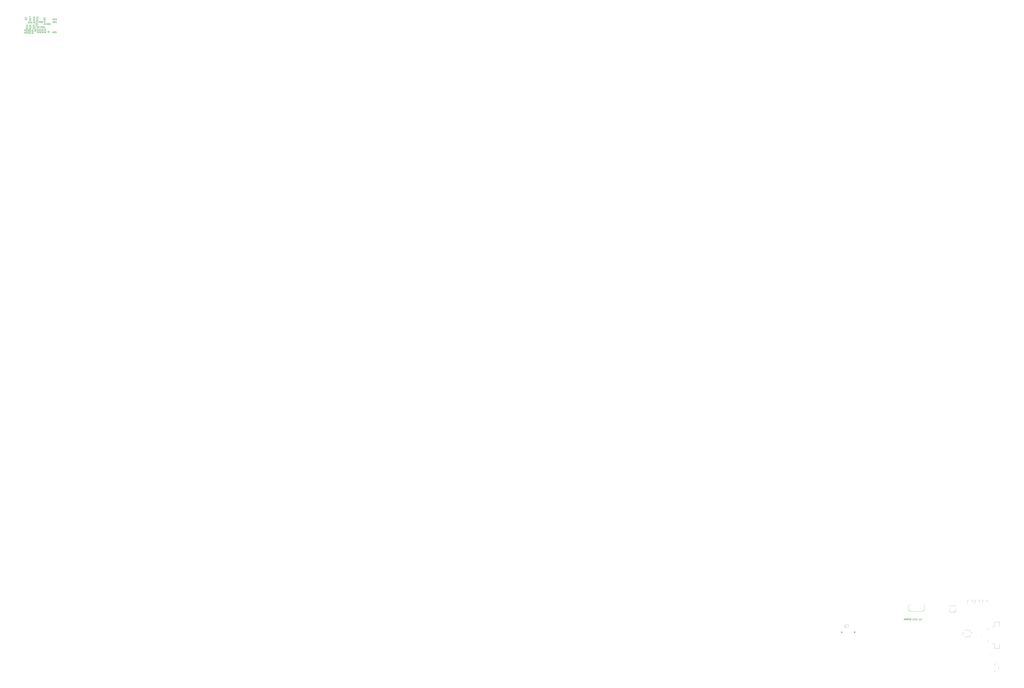
<source format=gbr>
%TF.GenerationSoftware,KiCad,Pcbnew,(7.0.0)*%
%TF.CreationDate,2023-03-12T01:47:04+01:00*%
%TF.ProjectId,g&w,6726772e-6b69-4636-9164-5f7063625858,rev?*%
%TF.SameCoordinates,Original*%
%TF.FileFunction,Legend,Top*%
%TF.FilePolarity,Positive*%
%FSLAX46Y46*%
G04 Gerber Fmt 4.6, Leading zero omitted, Abs format (unit mm)*
G04 Created by KiCad (PCBNEW (7.0.0)) date 2023-03-12 01:47:04*
%MOMM*%
%LPD*%
G01*
G04 APERTURE LIST*
%ADD10C,0.150000*%
%ADD11C,0.120000*%
G04 APERTURE END LIST*
D10*
X152928571Y-93991428D02*
X153261904Y-93991428D01*
X153261904Y-93467619D02*
X153261904Y-94467619D01*
X153261904Y-94467619D02*
X152785714Y-94467619D01*
X152404761Y-93467619D02*
X152404761Y-94467619D01*
X152071428Y-94467619D02*
X151500000Y-94467619D01*
X151785714Y-93467619D02*
X151785714Y-94467619D01*
X150709523Y-94467619D02*
X150138095Y-94467619D01*
X150423809Y-93467619D02*
X150423809Y-94467619D01*
X149804761Y-93991428D02*
X149471428Y-93991428D01*
X149328571Y-93467619D02*
X149804761Y-93467619D01*
X149804761Y-93467619D02*
X149804761Y-94467619D01*
X149804761Y-94467619D02*
X149328571Y-94467619D01*
X148947618Y-93515238D02*
X148804761Y-93467619D01*
X148804761Y-93467619D02*
X148566666Y-93467619D01*
X148566666Y-93467619D02*
X148471428Y-93515238D01*
X148471428Y-93515238D02*
X148423809Y-93562857D01*
X148423809Y-93562857D02*
X148376190Y-93658095D01*
X148376190Y-93658095D02*
X148376190Y-93753333D01*
X148376190Y-93753333D02*
X148423809Y-93848571D01*
X148423809Y-93848571D02*
X148471428Y-93896190D01*
X148471428Y-93896190D02*
X148566666Y-93943809D01*
X148566666Y-93943809D02*
X148757142Y-93991428D01*
X148757142Y-93991428D02*
X148852380Y-94039047D01*
X148852380Y-94039047D02*
X148899999Y-94086666D01*
X148899999Y-94086666D02*
X148947618Y-94181904D01*
X148947618Y-94181904D02*
X148947618Y-94277142D01*
X148947618Y-94277142D02*
X148899999Y-94372380D01*
X148899999Y-94372380D02*
X148852380Y-94420000D01*
X148852380Y-94420000D02*
X148757142Y-94467619D01*
X148757142Y-94467619D02*
X148519047Y-94467619D01*
X148519047Y-94467619D02*
X148376190Y-94420000D01*
X148090475Y-94467619D02*
X147519047Y-94467619D01*
X147804761Y-93467619D02*
X147804761Y-94467619D01*
X146252380Y-93991428D02*
X146109523Y-93943809D01*
X146109523Y-93943809D02*
X146061904Y-93896190D01*
X146061904Y-93896190D02*
X146014285Y-93800952D01*
X146014285Y-93800952D02*
X146014285Y-93658095D01*
X146014285Y-93658095D02*
X146061904Y-93562857D01*
X146061904Y-93562857D02*
X146109523Y-93515238D01*
X146109523Y-93515238D02*
X146204761Y-93467619D01*
X146204761Y-93467619D02*
X146585713Y-93467619D01*
X146585713Y-93467619D02*
X146585713Y-94467619D01*
X146585713Y-94467619D02*
X146252380Y-94467619D01*
X146252380Y-94467619D02*
X146157142Y-94420000D01*
X146157142Y-94420000D02*
X146109523Y-94372380D01*
X146109523Y-94372380D02*
X146061904Y-94277142D01*
X146061904Y-94277142D02*
X146061904Y-94181904D01*
X146061904Y-94181904D02*
X146109523Y-94086666D01*
X146109523Y-94086666D02*
X146157142Y-94039047D01*
X146157142Y-94039047D02*
X146252380Y-93991428D01*
X146252380Y-93991428D02*
X146585713Y-93991428D01*
X145395237Y-94467619D02*
X145204761Y-94467619D01*
X145204761Y-94467619D02*
X145109523Y-94420000D01*
X145109523Y-94420000D02*
X145014285Y-94324761D01*
X145014285Y-94324761D02*
X144966666Y-94134285D01*
X144966666Y-94134285D02*
X144966666Y-93800952D01*
X144966666Y-93800952D02*
X145014285Y-93610476D01*
X145014285Y-93610476D02*
X145109523Y-93515238D01*
X145109523Y-93515238D02*
X145204761Y-93467619D01*
X145204761Y-93467619D02*
X145395237Y-93467619D01*
X145395237Y-93467619D02*
X145490475Y-93515238D01*
X145490475Y-93515238D02*
X145585713Y-93610476D01*
X145585713Y-93610476D02*
X145633332Y-93800952D01*
X145633332Y-93800952D02*
X145633332Y-94134285D01*
X145633332Y-94134285D02*
X145585713Y-94324761D01*
X145585713Y-94324761D02*
X145490475Y-94420000D01*
X145490475Y-94420000D02*
X145395237Y-94467619D01*
X144585713Y-93753333D02*
X144109523Y-93753333D01*
X144680951Y-93467619D02*
X144347618Y-94467619D01*
X144347618Y-94467619D02*
X144014285Y-93467619D01*
X143109523Y-93467619D02*
X143442856Y-93943809D01*
X143680951Y-93467619D02*
X143680951Y-94467619D01*
X143680951Y-94467619D02*
X143299999Y-94467619D01*
X143299999Y-94467619D02*
X143204761Y-94420000D01*
X143204761Y-94420000D02*
X143157142Y-94372380D01*
X143157142Y-94372380D02*
X143109523Y-94277142D01*
X143109523Y-94277142D02*
X143109523Y-94134285D01*
X143109523Y-94134285D02*
X143157142Y-94039047D01*
X143157142Y-94039047D02*
X143204761Y-93991428D01*
X143204761Y-93991428D02*
X143299999Y-93943809D01*
X143299999Y-93943809D02*
X143680951Y-93943809D01*
X142680951Y-93467619D02*
X142680951Y-94467619D01*
X142680951Y-94467619D02*
X142442856Y-94467619D01*
X142442856Y-94467619D02*
X142299999Y-94420000D01*
X142299999Y-94420000D02*
X142204761Y-94324761D01*
X142204761Y-94324761D02*
X142157142Y-94229523D01*
X142157142Y-94229523D02*
X142109523Y-94039047D01*
X142109523Y-94039047D02*
X142109523Y-93896190D01*
X142109523Y-93896190D02*
X142157142Y-93705714D01*
X142157142Y-93705714D02*
X142204761Y-93610476D01*
X142204761Y-93610476D02*
X142299999Y-93515238D01*
X142299999Y-93515238D02*
X142442856Y-93467619D01*
X142442856Y-93467619D02*
X142680951Y-93467619D01*
X102190476Y-101717619D02*
X102523809Y-102193809D01*
X102761904Y-101717619D02*
X102761904Y-102717619D01*
X102761904Y-102717619D02*
X102380952Y-102717619D01*
X102380952Y-102717619D02*
X102285714Y-102670000D01*
X102285714Y-102670000D02*
X102238095Y-102622380D01*
X102238095Y-102622380D02*
X102190476Y-102527142D01*
X102190476Y-102527142D02*
X102190476Y-102384285D01*
X102190476Y-102384285D02*
X102238095Y-102289047D01*
X102238095Y-102289047D02*
X102285714Y-102241428D01*
X102285714Y-102241428D02*
X102380952Y-102193809D01*
X102380952Y-102193809D02*
X102761904Y-102193809D01*
X110678571Y-102241428D02*
X110535714Y-102193809D01*
X110535714Y-102193809D02*
X110488095Y-102146190D01*
X110488095Y-102146190D02*
X110440476Y-102050952D01*
X110440476Y-102050952D02*
X110440476Y-101908095D01*
X110440476Y-101908095D02*
X110488095Y-101812857D01*
X110488095Y-101812857D02*
X110535714Y-101765238D01*
X110535714Y-101765238D02*
X110630952Y-101717619D01*
X110630952Y-101717619D02*
X111011904Y-101717619D01*
X111011904Y-101717619D02*
X111011904Y-102717619D01*
X111011904Y-102717619D02*
X110678571Y-102717619D01*
X110678571Y-102717619D02*
X110583333Y-102670000D01*
X110583333Y-102670000D02*
X110535714Y-102622380D01*
X110535714Y-102622380D02*
X110488095Y-102527142D01*
X110488095Y-102527142D02*
X110488095Y-102431904D01*
X110488095Y-102431904D02*
X110535714Y-102336666D01*
X110535714Y-102336666D02*
X110583333Y-102289047D01*
X110583333Y-102289047D02*
X110678571Y-102241428D01*
X110678571Y-102241428D02*
X111011904Y-102241428D01*
%TO.C,C34*%
X-409642857Y282727857D02*
X-409690476Y282680238D01*
X-409690476Y282680238D02*
X-409833333Y282632619D01*
X-409833333Y282632619D02*
X-409928571Y282632619D01*
X-409928571Y282632619D02*
X-410071428Y282680238D01*
X-410071428Y282680238D02*
X-410166666Y282775476D01*
X-410166666Y282775476D02*
X-410214285Y282870714D01*
X-410214285Y282870714D02*
X-410261904Y283061190D01*
X-410261904Y283061190D02*
X-410261904Y283204047D01*
X-410261904Y283204047D02*
X-410214285Y283394523D01*
X-410214285Y283394523D02*
X-410166666Y283489761D01*
X-410166666Y283489761D02*
X-410071428Y283585000D01*
X-410071428Y283585000D02*
X-409928571Y283632619D01*
X-409928571Y283632619D02*
X-409833333Y283632619D01*
X-409833333Y283632619D02*
X-409690476Y283585000D01*
X-409690476Y283585000D02*
X-409642857Y283537380D01*
X-409309523Y283632619D02*
X-408690476Y283632619D01*
X-408690476Y283632619D02*
X-409023809Y283251666D01*
X-409023809Y283251666D02*
X-408880952Y283251666D01*
X-408880952Y283251666D02*
X-408785714Y283204047D01*
X-408785714Y283204047D02*
X-408738095Y283156428D01*
X-408738095Y283156428D02*
X-408690476Y283061190D01*
X-408690476Y283061190D02*
X-408690476Y282823095D01*
X-408690476Y282823095D02*
X-408738095Y282727857D01*
X-408738095Y282727857D02*
X-408785714Y282680238D01*
X-408785714Y282680238D02*
X-408880952Y282632619D01*
X-408880952Y282632619D02*
X-409166666Y282632619D01*
X-409166666Y282632619D02*
X-409261904Y282680238D01*
X-409261904Y282680238D02*
X-409309523Y282727857D01*
X-407833333Y283299285D02*
X-407833333Y282632619D01*
X-408071428Y283680238D02*
X-408309523Y282965952D01*
X-408309523Y282965952D02*
X-407690476Y282965952D01*
%TO.C,J3*%
X-404882619Y286166666D02*
X-404168333Y286166666D01*
X-404168333Y286166666D02*
X-404025476Y286119047D01*
X-404025476Y286119047D02*
X-403930238Y286023809D01*
X-403930238Y286023809D02*
X-403882619Y285880952D01*
X-403882619Y285880952D02*
X-403882619Y285785714D01*
X-404882619Y286547619D02*
X-404882619Y287166666D01*
X-404882619Y287166666D02*
X-404501666Y286833333D01*
X-404501666Y286833333D02*
X-404501666Y286976190D01*
X-404501666Y286976190D02*
X-404454047Y287071428D01*
X-404454047Y287071428D02*
X-404406428Y287119047D01*
X-404406428Y287119047D02*
X-404311190Y287166666D01*
X-404311190Y287166666D02*
X-404073095Y287166666D01*
X-404073095Y287166666D02*
X-403977857Y287119047D01*
X-403977857Y287119047D02*
X-403930238Y287071428D01*
X-403930238Y287071428D02*
X-403882619Y286976190D01*
X-403882619Y286976190D02*
X-403882619Y286690476D01*
X-403882619Y286690476D02*
X-403930238Y286595238D01*
X-403930238Y286595238D02*
X-403977857Y286547619D01*
%TO.C,J4*%
X-404833333Y285632619D02*
X-404833333Y284918333D01*
X-404833333Y284918333D02*
X-404880952Y284775476D01*
X-404880952Y284775476D02*
X-404976190Y284680238D01*
X-404976190Y284680238D02*
X-405119047Y284632619D01*
X-405119047Y284632619D02*
X-405214285Y284632619D01*
X-403928571Y285299285D02*
X-403928571Y284632619D01*
X-404166666Y285680238D02*
X-404404761Y284965952D01*
X-404404761Y284965952D02*
X-403785714Y284965952D01*
%TO.C,J5*%
X-402382619Y279666666D02*
X-401668333Y279666666D01*
X-401668333Y279666666D02*
X-401525476Y279619047D01*
X-401525476Y279619047D02*
X-401430238Y279523809D01*
X-401430238Y279523809D02*
X-401382619Y279380952D01*
X-401382619Y279380952D02*
X-401382619Y279285714D01*
X-402382619Y280619047D02*
X-402382619Y280142857D01*
X-402382619Y280142857D02*
X-401906428Y280095238D01*
X-401906428Y280095238D02*
X-401954047Y280142857D01*
X-401954047Y280142857D02*
X-402001666Y280238095D01*
X-402001666Y280238095D02*
X-402001666Y280476190D01*
X-402001666Y280476190D02*
X-401954047Y280571428D01*
X-401954047Y280571428D02*
X-401906428Y280619047D01*
X-401906428Y280619047D02*
X-401811190Y280666666D01*
X-401811190Y280666666D02*
X-401573095Y280666666D01*
X-401573095Y280666666D02*
X-401477857Y280619047D01*
X-401477857Y280619047D02*
X-401430238Y280571428D01*
X-401430238Y280571428D02*
X-401382619Y280476190D01*
X-401382619Y280476190D02*
X-401382619Y280238095D01*
X-401382619Y280238095D02*
X-401430238Y280142857D01*
X-401430238Y280142857D02*
X-401477857Y280095238D01*
%TO.C,Q1*%
X-404037380Y288404761D02*
X-404085000Y288309523D01*
X-404085000Y288309523D02*
X-404180238Y288214285D01*
X-404180238Y288214285D02*
X-404323095Y288071428D01*
X-404323095Y288071428D02*
X-404370714Y287976190D01*
X-404370714Y287976190D02*
X-404370714Y287880952D01*
X-404132619Y287928571D02*
X-404180238Y287833333D01*
X-404180238Y287833333D02*
X-404275476Y287738095D01*
X-404275476Y287738095D02*
X-404465952Y287690476D01*
X-404465952Y287690476D02*
X-404799285Y287690476D01*
X-404799285Y287690476D02*
X-404989761Y287738095D01*
X-404989761Y287738095D02*
X-405085000Y287833333D01*
X-405085000Y287833333D02*
X-405132619Y287928571D01*
X-405132619Y287928571D02*
X-405132619Y288119047D01*
X-405132619Y288119047D02*
X-405085000Y288214285D01*
X-405085000Y288214285D02*
X-404989761Y288309523D01*
X-404989761Y288309523D02*
X-404799285Y288357142D01*
X-404799285Y288357142D02*
X-404465952Y288357142D01*
X-404465952Y288357142D02*
X-404275476Y288309523D01*
X-404275476Y288309523D02*
X-404180238Y288214285D01*
X-404180238Y288214285D02*
X-404132619Y288119047D01*
X-404132619Y288119047D02*
X-404132619Y287928571D01*
X-404132619Y289309523D02*
X-404132619Y288738095D01*
X-404132619Y289023809D02*
X-405132619Y289023809D01*
X-405132619Y289023809D02*
X-404989761Y288928571D01*
X-404989761Y288928571D02*
X-404894523Y288833333D01*
X-404894523Y288833333D02*
X-404846904Y288738095D01*
%TO.C,Q2*%
X-409787380Y281154761D02*
X-409835000Y281059523D01*
X-409835000Y281059523D02*
X-409930238Y280964285D01*
X-409930238Y280964285D02*
X-410073095Y280821428D01*
X-410073095Y280821428D02*
X-410120714Y280726190D01*
X-410120714Y280726190D02*
X-410120714Y280630952D01*
X-409882619Y280678571D02*
X-409930238Y280583333D01*
X-409930238Y280583333D02*
X-410025476Y280488095D01*
X-410025476Y280488095D02*
X-410215952Y280440476D01*
X-410215952Y280440476D02*
X-410549285Y280440476D01*
X-410549285Y280440476D02*
X-410739761Y280488095D01*
X-410739761Y280488095D02*
X-410835000Y280583333D01*
X-410835000Y280583333D02*
X-410882619Y280678571D01*
X-410882619Y280678571D02*
X-410882619Y280869047D01*
X-410882619Y280869047D02*
X-410835000Y280964285D01*
X-410835000Y280964285D02*
X-410739761Y281059523D01*
X-410739761Y281059523D02*
X-410549285Y281107142D01*
X-410549285Y281107142D02*
X-410215952Y281107142D01*
X-410215952Y281107142D02*
X-410025476Y281059523D01*
X-410025476Y281059523D02*
X-409930238Y280964285D01*
X-409930238Y280964285D02*
X-409882619Y280869047D01*
X-409882619Y280869047D02*
X-409882619Y280678571D01*
X-410787380Y281488095D02*
X-410835000Y281535714D01*
X-410835000Y281535714D02*
X-410882619Y281630952D01*
X-410882619Y281630952D02*
X-410882619Y281869047D01*
X-410882619Y281869047D02*
X-410835000Y281964285D01*
X-410835000Y281964285D02*
X-410787380Y282011904D01*
X-410787380Y282011904D02*
X-410692142Y282059523D01*
X-410692142Y282059523D02*
X-410596904Y282059523D01*
X-410596904Y282059523D02*
X-410454047Y282011904D01*
X-410454047Y282011904D02*
X-409882619Y281440476D01*
X-409882619Y281440476D02*
X-409882619Y282059523D01*
%TO.C,Q3*%
X-415787380Y288404761D02*
X-415835000Y288309523D01*
X-415835000Y288309523D02*
X-415930238Y288214285D01*
X-415930238Y288214285D02*
X-416073095Y288071428D01*
X-416073095Y288071428D02*
X-416120714Y287976190D01*
X-416120714Y287976190D02*
X-416120714Y287880952D01*
X-415882619Y287928571D02*
X-415930238Y287833333D01*
X-415930238Y287833333D02*
X-416025476Y287738095D01*
X-416025476Y287738095D02*
X-416215952Y287690476D01*
X-416215952Y287690476D02*
X-416549285Y287690476D01*
X-416549285Y287690476D02*
X-416739761Y287738095D01*
X-416739761Y287738095D02*
X-416835000Y287833333D01*
X-416835000Y287833333D02*
X-416882619Y287928571D01*
X-416882619Y287928571D02*
X-416882619Y288119047D01*
X-416882619Y288119047D02*
X-416835000Y288214285D01*
X-416835000Y288214285D02*
X-416739761Y288309523D01*
X-416739761Y288309523D02*
X-416549285Y288357142D01*
X-416549285Y288357142D02*
X-416215952Y288357142D01*
X-416215952Y288357142D02*
X-416025476Y288309523D01*
X-416025476Y288309523D02*
X-415930238Y288214285D01*
X-415930238Y288214285D02*
X-415882619Y288119047D01*
X-415882619Y288119047D02*
X-415882619Y287928571D01*
X-416882619Y288690476D02*
X-416882619Y289309523D01*
X-416882619Y289309523D02*
X-416501666Y288976190D01*
X-416501666Y288976190D02*
X-416501666Y289119047D01*
X-416501666Y289119047D02*
X-416454047Y289214285D01*
X-416454047Y289214285D02*
X-416406428Y289261904D01*
X-416406428Y289261904D02*
X-416311190Y289309523D01*
X-416311190Y289309523D02*
X-416073095Y289309523D01*
X-416073095Y289309523D02*
X-415977857Y289261904D01*
X-415977857Y289261904D02*
X-415930238Y289214285D01*
X-415930238Y289214285D02*
X-415882619Y289119047D01*
X-415882619Y289119047D02*
X-415882619Y288833333D01*
X-415882619Y288833333D02*
X-415930238Y288738095D01*
X-415930238Y288738095D02*
X-415977857Y288690476D01*
%TO.C,R21*%
X-410882619Y282857142D02*
X-411358809Y282523809D01*
X-410882619Y282285714D02*
X-411882619Y282285714D01*
X-411882619Y282285714D02*
X-411882619Y282666666D01*
X-411882619Y282666666D02*
X-411835000Y282761904D01*
X-411835000Y282761904D02*
X-411787380Y282809523D01*
X-411787380Y282809523D02*
X-411692142Y282857142D01*
X-411692142Y282857142D02*
X-411549285Y282857142D01*
X-411549285Y282857142D02*
X-411454047Y282809523D01*
X-411454047Y282809523D02*
X-411406428Y282761904D01*
X-411406428Y282761904D02*
X-411358809Y282666666D01*
X-411358809Y282666666D02*
X-411358809Y282285714D01*
X-411787380Y283238095D02*
X-411835000Y283285714D01*
X-411835000Y283285714D02*
X-411882619Y283380952D01*
X-411882619Y283380952D02*
X-411882619Y283619047D01*
X-411882619Y283619047D02*
X-411835000Y283714285D01*
X-411835000Y283714285D02*
X-411787380Y283761904D01*
X-411787380Y283761904D02*
X-411692142Y283809523D01*
X-411692142Y283809523D02*
X-411596904Y283809523D01*
X-411596904Y283809523D02*
X-411454047Y283761904D01*
X-411454047Y283761904D02*
X-410882619Y283190476D01*
X-410882619Y283190476D02*
X-410882619Y283809523D01*
X-410882619Y284761904D02*
X-410882619Y284190476D01*
X-410882619Y284476190D02*
X-411882619Y284476190D01*
X-411882619Y284476190D02*
X-411739761Y284380952D01*
X-411739761Y284380952D02*
X-411644523Y284285714D01*
X-411644523Y284285714D02*
X-411596904Y284190476D01*
%TO.C,R22*%
X-408992016Y284772142D02*
X-409468206Y284438809D01*
X-408992016Y284200714D02*
X-409992016Y284200714D01*
X-409992016Y284200714D02*
X-409992016Y284581666D01*
X-409992016Y284581666D02*
X-409944397Y284676904D01*
X-409944397Y284676904D02*
X-409896777Y284724523D01*
X-409896777Y284724523D02*
X-409801539Y284772142D01*
X-409801539Y284772142D02*
X-409658682Y284772142D01*
X-409658682Y284772142D02*
X-409563444Y284724523D01*
X-409563444Y284724523D02*
X-409515825Y284676904D01*
X-409515825Y284676904D02*
X-409468206Y284581666D01*
X-409468206Y284581666D02*
X-409468206Y284200714D01*
X-409896777Y285153095D02*
X-409944397Y285200714D01*
X-409944397Y285200714D02*
X-409992016Y285295952D01*
X-409992016Y285295952D02*
X-409992016Y285534047D01*
X-409992016Y285534047D02*
X-409944397Y285629285D01*
X-409944397Y285629285D02*
X-409896777Y285676904D01*
X-409896777Y285676904D02*
X-409801539Y285724523D01*
X-409801539Y285724523D02*
X-409706301Y285724523D01*
X-409706301Y285724523D02*
X-409563444Y285676904D01*
X-409563444Y285676904D02*
X-408992016Y285105476D01*
X-408992016Y285105476D02*
X-408992016Y285724523D01*
X-409896777Y286105476D02*
X-409944397Y286153095D01*
X-409944397Y286153095D02*
X-409992016Y286248333D01*
X-409992016Y286248333D02*
X-409992016Y286486428D01*
X-409992016Y286486428D02*
X-409944397Y286581666D01*
X-409944397Y286581666D02*
X-409896777Y286629285D01*
X-409896777Y286629285D02*
X-409801539Y286676904D01*
X-409801539Y286676904D02*
X-409706301Y286676904D01*
X-409706301Y286676904D02*
X-409563444Y286629285D01*
X-409563444Y286629285D02*
X-408992016Y286057857D01*
X-408992016Y286057857D02*
X-408992016Y286676904D01*
%TO.C,R23*%
X-408586068Y287772142D02*
X-409062258Y287438809D01*
X-408586068Y287200714D02*
X-409586068Y287200714D01*
X-409586068Y287200714D02*
X-409586068Y287581666D01*
X-409586068Y287581666D02*
X-409538449Y287676904D01*
X-409538449Y287676904D02*
X-409490829Y287724523D01*
X-409490829Y287724523D02*
X-409395591Y287772142D01*
X-409395591Y287772142D02*
X-409252734Y287772142D01*
X-409252734Y287772142D02*
X-409157496Y287724523D01*
X-409157496Y287724523D02*
X-409109877Y287676904D01*
X-409109877Y287676904D02*
X-409062258Y287581666D01*
X-409062258Y287581666D02*
X-409062258Y287200714D01*
X-409490829Y288153095D02*
X-409538449Y288200714D01*
X-409538449Y288200714D02*
X-409586068Y288295952D01*
X-409586068Y288295952D02*
X-409586068Y288534047D01*
X-409586068Y288534047D02*
X-409538449Y288629285D01*
X-409538449Y288629285D02*
X-409490829Y288676904D01*
X-409490829Y288676904D02*
X-409395591Y288724523D01*
X-409395591Y288724523D02*
X-409300353Y288724523D01*
X-409300353Y288724523D02*
X-409157496Y288676904D01*
X-409157496Y288676904D02*
X-408586068Y288105476D01*
X-408586068Y288105476D02*
X-408586068Y288724523D01*
X-409586068Y289057857D02*
X-409586068Y289676904D01*
X-409586068Y289676904D02*
X-409205115Y289343571D01*
X-409205115Y289343571D02*
X-409205115Y289486428D01*
X-409205115Y289486428D02*
X-409157496Y289581666D01*
X-409157496Y289581666D02*
X-409109877Y289629285D01*
X-409109877Y289629285D02*
X-409014639Y289676904D01*
X-409014639Y289676904D02*
X-408776544Y289676904D01*
X-408776544Y289676904D02*
X-408681306Y289629285D01*
X-408681306Y289629285D02*
X-408633687Y289581666D01*
X-408633687Y289581666D02*
X-408586068Y289486428D01*
X-408586068Y289486428D02*
X-408586068Y289200714D01*
X-408586068Y289200714D02*
X-408633687Y289105476D01*
X-408633687Y289105476D02*
X-408681306Y289057857D01*
%TO.C,R24*%
X-415132619Y282702142D02*
X-415608809Y282368809D01*
X-415132619Y282130714D02*
X-416132619Y282130714D01*
X-416132619Y282130714D02*
X-416132619Y282511666D01*
X-416132619Y282511666D02*
X-416085000Y282606904D01*
X-416085000Y282606904D02*
X-416037380Y282654523D01*
X-416037380Y282654523D02*
X-415942142Y282702142D01*
X-415942142Y282702142D02*
X-415799285Y282702142D01*
X-415799285Y282702142D02*
X-415704047Y282654523D01*
X-415704047Y282654523D02*
X-415656428Y282606904D01*
X-415656428Y282606904D02*
X-415608809Y282511666D01*
X-415608809Y282511666D02*
X-415608809Y282130714D01*
X-416037380Y283083095D02*
X-416085000Y283130714D01*
X-416085000Y283130714D02*
X-416132619Y283225952D01*
X-416132619Y283225952D02*
X-416132619Y283464047D01*
X-416132619Y283464047D02*
X-416085000Y283559285D01*
X-416085000Y283559285D02*
X-416037380Y283606904D01*
X-416037380Y283606904D02*
X-415942142Y283654523D01*
X-415942142Y283654523D02*
X-415846904Y283654523D01*
X-415846904Y283654523D02*
X-415704047Y283606904D01*
X-415704047Y283606904D02*
X-415132619Y283035476D01*
X-415132619Y283035476D02*
X-415132619Y283654523D01*
X-415799285Y284511666D02*
X-415132619Y284511666D01*
X-416180238Y284273571D02*
X-415465952Y284035476D01*
X-415465952Y284035476D02*
X-415465952Y284654523D01*
%TO.C,R25*%
X-413100461Y282701198D02*
X-413576651Y282367865D01*
X-413100461Y282129770D02*
X-414100461Y282129770D01*
X-414100461Y282129770D02*
X-414100461Y282510722D01*
X-414100461Y282510722D02*
X-414052842Y282605960D01*
X-414052842Y282605960D02*
X-414005222Y282653579D01*
X-414005222Y282653579D02*
X-413909984Y282701198D01*
X-413909984Y282701198D02*
X-413767127Y282701198D01*
X-413767127Y282701198D02*
X-413671889Y282653579D01*
X-413671889Y282653579D02*
X-413624270Y282605960D01*
X-413624270Y282605960D02*
X-413576651Y282510722D01*
X-413576651Y282510722D02*
X-413576651Y282129770D01*
X-414005222Y283082151D02*
X-414052842Y283129770D01*
X-414052842Y283129770D02*
X-414100461Y283225008D01*
X-414100461Y283225008D02*
X-414100461Y283463103D01*
X-414100461Y283463103D02*
X-414052842Y283558341D01*
X-414052842Y283558341D02*
X-414005222Y283605960D01*
X-414005222Y283605960D02*
X-413909984Y283653579D01*
X-413909984Y283653579D02*
X-413814746Y283653579D01*
X-413814746Y283653579D02*
X-413671889Y283605960D01*
X-413671889Y283605960D02*
X-413100461Y283034532D01*
X-413100461Y283034532D02*
X-413100461Y283653579D01*
X-414100461Y284558341D02*
X-414100461Y284082151D01*
X-414100461Y284082151D02*
X-413624270Y284034532D01*
X-413624270Y284034532D02*
X-413671889Y284082151D01*
X-413671889Y284082151D02*
X-413719508Y284177389D01*
X-413719508Y284177389D02*
X-413719508Y284415484D01*
X-413719508Y284415484D02*
X-413671889Y284510722D01*
X-413671889Y284510722D02*
X-413624270Y284558341D01*
X-413624270Y284558341D02*
X-413529032Y284605960D01*
X-413529032Y284605960D02*
X-413290937Y284605960D01*
X-413290937Y284605960D02*
X-413195699Y284558341D01*
X-413195699Y284558341D02*
X-413148080Y284510722D01*
X-413148080Y284510722D02*
X-413100461Y284415484D01*
X-413100461Y284415484D02*
X-413100461Y284177389D01*
X-413100461Y284177389D02*
X-413148080Y284082151D01*
X-413148080Y284082151D02*
X-413195699Y284034532D01*
%TO.C,R26*%
X-410632619Y287857142D02*
X-411108809Y287523809D01*
X-410632619Y287285714D02*
X-411632619Y287285714D01*
X-411632619Y287285714D02*
X-411632619Y287666666D01*
X-411632619Y287666666D02*
X-411585000Y287761904D01*
X-411585000Y287761904D02*
X-411537380Y287809523D01*
X-411537380Y287809523D02*
X-411442142Y287857142D01*
X-411442142Y287857142D02*
X-411299285Y287857142D01*
X-411299285Y287857142D02*
X-411204047Y287809523D01*
X-411204047Y287809523D02*
X-411156428Y287761904D01*
X-411156428Y287761904D02*
X-411108809Y287666666D01*
X-411108809Y287666666D02*
X-411108809Y287285714D01*
X-411537380Y288238095D02*
X-411585000Y288285714D01*
X-411585000Y288285714D02*
X-411632619Y288380952D01*
X-411632619Y288380952D02*
X-411632619Y288619047D01*
X-411632619Y288619047D02*
X-411585000Y288714285D01*
X-411585000Y288714285D02*
X-411537380Y288761904D01*
X-411537380Y288761904D02*
X-411442142Y288809523D01*
X-411442142Y288809523D02*
X-411346904Y288809523D01*
X-411346904Y288809523D02*
X-411204047Y288761904D01*
X-411204047Y288761904D02*
X-410632619Y288190476D01*
X-410632619Y288190476D02*
X-410632619Y288809523D01*
X-411632619Y289666666D02*
X-411632619Y289476190D01*
X-411632619Y289476190D02*
X-411585000Y289380952D01*
X-411585000Y289380952D02*
X-411537380Y289333333D01*
X-411537380Y289333333D02*
X-411394523Y289238095D01*
X-411394523Y289238095D02*
X-411204047Y289190476D01*
X-411204047Y289190476D02*
X-410823095Y289190476D01*
X-410823095Y289190476D02*
X-410727857Y289238095D01*
X-410727857Y289238095D02*
X-410680238Y289285714D01*
X-410680238Y289285714D02*
X-410632619Y289380952D01*
X-410632619Y289380952D02*
X-410632619Y289571428D01*
X-410632619Y289571428D02*
X-410680238Y289666666D01*
X-410680238Y289666666D02*
X-410727857Y289714285D01*
X-410727857Y289714285D02*
X-410823095Y289761904D01*
X-410823095Y289761904D02*
X-411061190Y289761904D01*
X-411061190Y289761904D02*
X-411156428Y289714285D01*
X-411156428Y289714285D02*
X-411204047Y289666666D01*
X-411204047Y289666666D02*
X-411251666Y289571428D01*
X-411251666Y289571428D02*
X-411251666Y289380952D01*
X-411251666Y289380952D02*
X-411204047Y289285714D01*
X-411204047Y289285714D02*
X-411156428Y289238095D01*
X-411156428Y289238095D02*
X-411061190Y289190476D01*
%TO.C,R27*%
X-413090232Y287933494D02*
X-413566422Y287600161D01*
X-413090232Y287362066D02*
X-414090232Y287362066D01*
X-414090232Y287362066D02*
X-414090232Y287743018D01*
X-414090232Y287743018D02*
X-414042613Y287838256D01*
X-414042613Y287838256D02*
X-413994993Y287885875D01*
X-413994993Y287885875D02*
X-413899755Y287933494D01*
X-413899755Y287933494D02*
X-413756898Y287933494D01*
X-413756898Y287933494D02*
X-413661660Y287885875D01*
X-413661660Y287885875D02*
X-413614041Y287838256D01*
X-413614041Y287838256D02*
X-413566422Y287743018D01*
X-413566422Y287743018D02*
X-413566422Y287362066D01*
X-413994993Y288314447D02*
X-414042613Y288362066D01*
X-414042613Y288362066D02*
X-414090232Y288457304D01*
X-414090232Y288457304D02*
X-414090232Y288695399D01*
X-414090232Y288695399D02*
X-414042613Y288790637D01*
X-414042613Y288790637D02*
X-413994993Y288838256D01*
X-413994993Y288838256D02*
X-413899755Y288885875D01*
X-413899755Y288885875D02*
X-413804517Y288885875D01*
X-413804517Y288885875D02*
X-413661660Y288838256D01*
X-413661660Y288838256D02*
X-413090232Y288266828D01*
X-413090232Y288266828D02*
X-413090232Y288885875D01*
X-414090232Y289219209D02*
X-414090232Y289885875D01*
X-414090232Y289885875D02*
X-413090232Y289457304D01*
%TO.C,R28*%
X-413325997Y279611471D02*
X-413802187Y279278138D01*
X-413325997Y279040043D02*
X-414325997Y279040043D01*
X-414325997Y279040043D02*
X-414325997Y279420995D01*
X-414325997Y279420995D02*
X-414278378Y279516233D01*
X-414278378Y279516233D02*
X-414230758Y279563852D01*
X-414230758Y279563852D02*
X-414135520Y279611471D01*
X-414135520Y279611471D02*
X-413992663Y279611471D01*
X-413992663Y279611471D02*
X-413897425Y279563852D01*
X-413897425Y279563852D02*
X-413849806Y279516233D01*
X-413849806Y279516233D02*
X-413802187Y279420995D01*
X-413802187Y279420995D02*
X-413802187Y279040043D01*
X-414230758Y279992424D02*
X-414278378Y280040043D01*
X-414278378Y280040043D02*
X-414325997Y280135281D01*
X-414325997Y280135281D02*
X-414325997Y280373376D01*
X-414325997Y280373376D02*
X-414278378Y280468614D01*
X-414278378Y280468614D02*
X-414230758Y280516233D01*
X-414230758Y280516233D02*
X-414135520Y280563852D01*
X-414135520Y280563852D02*
X-414040282Y280563852D01*
X-414040282Y280563852D02*
X-413897425Y280516233D01*
X-413897425Y280516233D02*
X-413325997Y279944805D01*
X-413325997Y279944805D02*
X-413325997Y280563852D01*
X-413897425Y281135281D02*
X-413945044Y281040043D01*
X-413945044Y281040043D02*
X-413992663Y280992424D01*
X-413992663Y280992424D02*
X-414087901Y280944805D01*
X-414087901Y280944805D02*
X-414135520Y280944805D01*
X-414135520Y280944805D02*
X-414230758Y280992424D01*
X-414230758Y280992424D02*
X-414278378Y281040043D01*
X-414278378Y281040043D02*
X-414325997Y281135281D01*
X-414325997Y281135281D02*
X-414325997Y281325757D01*
X-414325997Y281325757D02*
X-414278378Y281420995D01*
X-414278378Y281420995D02*
X-414230758Y281468614D01*
X-414230758Y281468614D02*
X-414135520Y281516233D01*
X-414135520Y281516233D02*
X-414087901Y281516233D01*
X-414087901Y281516233D02*
X-413992663Y281468614D01*
X-413992663Y281468614D02*
X-413945044Y281420995D01*
X-413945044Y281420995D02*
X-413897425Y281325757D01*
X-413897425Y281325757D02*
X-413897425Y281135281D01*
X-413897425Y281135281D02*
X-413849806Y281040043D01*
X-413849806Y281040043D02*
X-413802187Y280992424D01*
X-413802187Y280992424D02*
X-413706949Y280944805D01*
X-413706949Y280944805D02*
X-413516473Y280944805D01*
X-413516473Y280944805D02*
X-413421235Y280992424D01*
X-413421235Y280992424D02*
X-413373616Y281040043D01*
X-413373616Y281040043D02*
X-413325997Y281135281D01*
X-413325997Y281135281D02*
X-413325997Y281325757D01*
X-413325997Y281325757D02*
X-413373616Y281420995D01*
X-413373616Y281420995D02*
X-413421235Y281468614D01*
X-413421235Y281468614D02*
X-413516473Y281516233D01*
X-413516473Y281516233D02*
X-413706949Y281516233D01*
X-413706949Y281516233D02*
X-413802187Y281468614D01*
X-413802187Y281468614D02*
X-413849806Y281420995D01*
X-413849806Y281420995D02*
X-413897425Y281325757D01*
%TO.C,R29*%
X-411632619Y279607142D02*
X-412108809Y279273809D01*
X-411632619Y279035714D02*
X-412632619Y279035714D01*
X-412632619Y279035714D02*
X-412632619Y279416666D01*
X-412632619Y279416666D02*
X-412585000Y279511904D01*
X-412585000Y279511904D02*
X-412537380Y279559523D01*
X-412537380Y279559523D02*
X-412442142Y279607142D01*
X-412442142Y279607142D02*
X-412299285Y279607142D01*
X-412299285Y279607142D02*
X-412204047Y279559523D01*
X-412204047Y279559523D02*
X-412156428Y279511904D01*
X-412156428Y279511904D02*
X-412108809Y279416666D01*
X-412108809Y279416666D02*
X-412108809Y279035714D01*
X-412537380Y279988095D02*
X-412585000Y280035714D01*
X-412585000Y280035714D02*
X-412632619Y280130952D01*
X-412632619Y280130952D02*
X-412632619Y280369047D01*
X-412632619Y280369047D02*
X-412585000Y280464285D01*
X-412585000Y280464285D02*
X-412537380Y280511904D01*
X-412537380Y280511904D02*
X-412442142Y280559523D01*
X-412442142Y280559523D02*
X-412346904Y280559523D01*
X-412346904Y280559523D02*
X-412204047Y280511904D01*
X-412204047Y280511904D02*
X-411632619Y279940476D01*
X-411632619Y279940476D02*
X-411632619Y280559523D01*
X-411632619Y281035714D02*
X-411632619Y281226190D01*
X-411632619Y281226190D02*
X-411680238Y281321428D01*
X-411680238Y281321428D02*
X-411727857Y281369047D01*
X-411727857Y281369047D02*
X-411870714Y281464285D01*
X-411870714Y281464285D02*
X-412061190Y281511904D01*
X-412061190Y281511904D02*
X-412442142Y281511904D01*
X-412442142Y281511904D02*
X-412537380Y281464285D01*
X-412537380Y281464285D02*
X-412585000Y281416666D01*
X-412585000Y281416666D02*
X-412632619Y281321428D01*
X-412632619Y281321428D02*
X-412632619Y281130952D01*
X-412632619Y281130952D02*
X-412585000Y281035714D01*
X-412585000Y281035714D02*
X-412537380Y280988095D01*
X-412537380Y280988095D02*
X-412442142Y280940476D01*
X-412442142Y280940476D02*
X-412204047Y280940476D01*
X-412204047Y280940476D02*
X-412108809Y280988095D01*
X-412108809Y280988095D02*
X-412061190Y281035714D01*
X-412061190Y281035714D02*
X-412013571Y281130952D01*
X-412013571Y281130952D02*
X-412013571Y281321428D01*
X-412013571Y281321428D02*
X-412061190Y281416666D01*
X-412061190Y281416666D02*
X-412108809Y281464285D01*
X-412108809Y281464285D02*
X-412204047Y281511904D01*
%TO.C,R31*%
X-414142857Y285632619D02*
X-414476190Y286108809D01*
X-414714285Y285632619D02*
X-414714285Y286632619D01*
X-414714285Y286632619D02*
X-414333333Y286632619D01*
X-414333333Y286632619D02*
X-414238095Y286585000D01*
X-414238095Y286585000D02*
X-414190476Y286537380D01*
X-414190476Y286537380D02*
X-414142857Y286442142D01*
X-414142857Y286442142D02*
X-414142857Y286299285D01*
X-414142857Y286299285D02*
X-414190476Y286204047D01*
X-414190476Y286204047D02*
X-414238095Y286156428D01*
X-414238095Y286156428D02*
X-414333333Y286108809D01*
X-414333333Y286108809D02*
X-414714285Y286108809D01*
X-413809523Y286632619D02*
X-413190476Y286632619D01*
X-413190476Y286632619D02*
X-413523809Y286251666D01*
X-413523809Y286251666D02*
X-413380952Y286251666D01*
X-413380952Y286251666D02*
X-413285714Y286204047D01*
X-413285714Y286204047D02*
X-413238095Y286156428D01*
X-413238095Y286156428D02*
X-413190476Y286061190D01*
X-413190476Y286061190D02*
X-413190476Y285823095D01*
X-413190476Y285823095D02*
X-413238095Y285727857D01*
X-413238095Y285727857D02*
X-413285714Y285680238D01*
X-413285714Y285680238D02*
X-413380952Y285632619D01*
X-413380952Y285632619D02*
X-413666666Y285632619D01*
X-413666666Y285632619D02*
X-413761904Y285680238D01*
X-413761904Y285680238D02*
X-413809523Y285727857D01*
X-412238095Y285632619D02*
X-412809523Y285632619D01*
X-412523809Y285632619D02*
X-412523809Y286632619D01*
X-412523809Y286632619D02*
X-412619047Y286489761D01*
X-412619047Y286489761D02*
X-412714285Y286394523D01*
X-412714285Y286394523D02*
X-412809523Y286346904D01*
%TO.C,R32*%
X-406632619Y280107142D02*
X-407108809Y279773809D01*
X-406632619Y279535714D02*
X-407632619Y279535714D01*
X-407632619Y279535714D02*
X-407632619Y279916666D01*
X-407632619Y279916666D02*
X-407585000Y280011904D01*
X-407585000Y280011904D02*
X-407537380Y280059523D01*
X-407537380Y280059523D02*
X-407442142Y280107142D01*
X-407442142Y280107142D02*
X-407299285Y280107142D01*
X-407299285Y280107142D02*
X-407204047Y280059523D01*
X-407204047Y280059523D02*
X-407156428Y280011904D01*
X-407156428Y280011904D02*
X-407108809Y279916666D01*
X-407108809Y279916666D02*
X-407108809Y279535714D01*
X-407632619Y280440476D02*
X-407632619Y281059523D01*
X-407632619Y281059523D02*
X-407251666Y280726190D01*
X-407251666Y280726190D02*
X-407251666Y280869047D01*
X-407251666Y280869047D02*
X-407204047Y280964285D01*
X-407204047Y280964285D02*
X-407156428Y281011904D01*
X-407156428Y281011904D02*
X-407061190Y281059523D01*
X-407061190Y281059523D02*
X-406823095Y281059523D01*
X-406823095Y281059523D02*
X-406727857Y281011904D01*
X-406727857Y281011904D02*
X-406680238Y280964285D01*
X-406680238Y280964285D02*
X-406632619Y280869047D01*
X-406632619Y280869047D02*
X-406632619Y280583333D01*
X-406632619Y280583333D02*
X-406680238Y280488095D01*
X-406680238Y280488095D02*
X-406727857Y280440476D01*
X-407537380Y281440476D02*
X-407585000Y281488095D01*
X-407585000Y281488095D02*
X-407632619Y281583333D01*
X-407632619Y281583333D02*
X-407632619Y281821428D01*
X-407632619Y281821428D02*
X-407585000Y281916666D01*
X-407585000Y281916666D02*
X-407537380Y281964285D01*
X-407537380Y281964285D02*
X-407442142Y282011904D01*
X-407442142Y282011904D02*
X-407346904Y282011904D01*
X-407346904Y282011904D02*
X-407204047Y281964285D01*
X-407204047Y281964285D02*
X-406632619Y281392857D01*
X-406632619Y281392857D02*
X-406632619Y282011904D01*
%TO.C,R33*%
X-408132619Y280107142D02*
X-408608809Y279773809D01*
X-408132619Y279535714D02*
X-409132619Y279535714D01*
X-409132619Y279535714D02*
X-409132619Y279916666D01*
X-409132619Y279916666D02*
X-409085000Y280011904D01*
X-409085000Y280011904D02*
X-409037380Y280059523D01*
X-409037380Y280059523D02*
X-408942142Y280107142D01*
X-408942142Y280107142D02*
X-408799285Y280107142D01*
X-408799285Y280107142D02*
X-408704047Y280059523D01*
X-408704047Y280059523D02*
X-408656428Y280011904D01*
X-408656428Y280011904D02*
X-408608809Y279916666D01*
X-408608809Y279916666D02*
X-408608809Y279535714D01*
X-409132619Y280440476D02*
X-409132619Y281059523D01*
X-409132619Y281059523D02*
X-408751666Y280726190D01*
X-408751666Y280726190D02*
X-408751666Y280869047D01*
X-408751666Y280869047D02*
X-408704047Y280964285D01*
X-408704047Y280964285D02*
X-408656428Y281011904D01*
X-408656428Y281011904D02*
X-408561190Y281059523D01*
X-408561190Y281059523D02*
X-408323095Y281059523D01*
X-408323095Y281059523D02*
X-408227857Y281011904D01*
X-408227857Y281011904D02*
X-408180238Y280964285D01*
X-408180238Y280964285D02*
X-408132619Y280869047D01*
X-408132619Y280869047D02*
X-408132619Y280583333D01*
X-408132619Y280583333D02*
X-408180238Y280488095D01*
X-408180238Y280488095D02*
X-408227857Y280440476D01*
X-409132619Y281392857D02*
X-409132619Y282011904D01*
X-409132619Y282011904D02*
X-408751666Y281678571D01*
X-408751666Y281678571D02*
X-408751666Y281821428D01*
X-408751666Y281821428D02*
X-408704047Y281916666D01*
X-408704047Y281916666D02*
X-408656428Y281964285D01*
X-408656428Y281964285D02*
X-408561190Y282011904D01*
X-408561190Y282011904D02*
X-408323095Y282011904D01*
X-408323095Y282011904D02*
X-408227857Y281964285D01*
X-408227857Y281964285D02*
X-408180238Y281916666D01*
X-408180238Y281916666D02*
X-408132619Y281821428D01*
X-408132619Y281821428D02*
X-408132619Y281535714D01*
X-408132619Y281535714D02*
X-408180238Y281440476D01*
X-408180238Y281440476D02*
X-408227857Y281392857D01*
%TO.C,R34*%
X-405132619Y280107142D02*
X-405608809Y279773809D01*
X-405132619Y279535714D02*
X-406132619Y279535714D01*
X-406132619Y279535714D02*
X-406132619Y279916666D01*
X-406132619Y279916666D02*
X-406085000Y280011904D01*
X-406085000Y280011904D02*
X-406037380Y280059523D01*
X-406037380Y280059523D02*
X-405942142Y280107142D01*
X-405942142Y280107142D02*
X-405799285Y280107142D01*
X-405799285Y280107142D02*
X-405704047Y280059523D01*
X-405704047Y280059523D02*
X-405656428Y280011904D01*
X-405656428Y280011904D02*
X-405608809Y279916666D01*
X-405608809Y279916666D02*
X-405608809Y279535714D01*
X-406132619Y280440476D02*
X-406132619Y281059523D01*
X-406132619Y281059523D02*
X-405751666Y280726190D01*
X-405751666Y280726190D02*
X-405751666Y280869047D01*
X-405751666Y280869047D02*
X-405704047Y280964285D01*
X-405704047Y280964285D02*
X-405656428Y281011904D01*
X-405656428Y281011904D02*
X-405561190Y281059523D01*
X-405561190Y281059523D02*
X-405323095Y281059523D01*
X-405323095Y281059523D02*
X-405227857Y281011904D01*
X-405227857Y281011904D02*
X-405180238Y280964285D01*
X-405180238Y280964285D02*
X-405132619Y280869047D01*
X-405132619Y280869047D02*
X-405132619Y280583333D01*
X-405132619Y280583333D02*
X-405180238Y280488095D01*
X-405180238Y280488095D02*
X-405227857Y280440476D01*
X-405799285Y281916666D02*
X-405132619Y281916666D01*
X-406180238Y281678571D02*
X-405465952Y281440476D01*
X-405465952Y281440476D02*
X-405465952Y282059523D01*
%TO.C,B10*%
X-404156428Y279869047D02*
X-404108809Y280011904D01*
X-404108809Y280011904D02*
X-404061190Y280059523D01*
X-404061190Y280059523D02*
X-403965952Y280107142D01*
X-403965952Y280107142D02*
X-403823095Y280107142D01*
X-403823095Y280107142D02*
X-403727857Y280059523D01*
X-403727857Y280059523D02*
X-403680238Y280011904D01*
X-403680238Y280011904D02*
X-403632619Y279916666D01*
X-403632619Y279916666D02*
X-403632619Y279535714D01*
X-403632619Y279535714D02*
X-404632619Y279535714D01*
X-404632619Y279535714D02*
X-404632619Y279869047D01*
X-404632619Y279869047D02*
X-404585000Y279964285D01*
X-404585000Y279964285D02*
X-404537380Y280011904D01*
X-404537380Y280011904D02*
X-404442142Y280059523D01*
X-404442142Y280059523D02*
X-404346904Y280059523D01*
X-404346904Y280059523D02*
X-404251666Y280011904D01*
X-404251666Y280011904D02*
X-404204047Y279964285D01*
X-404204047Y279964285D02*
X-404156428Y279869047D01*
X-404156428Y279869047D02*
X-404156428Y279535714D01*
X-403632619Y281059523D02*
X-403632619Y280488095D01*
X-403632619Y280773809D02*
X-404632619Y280773809D01*
X-404632619Y280773809D02*
X-404489761Y280678571D01*
X-404489761Y280678571D02*
X-404394523Y280583333D01*
X-404394523Y280583333D02*
X-404346904Y280488095D01*
X-404632619Y281678571D02*
X-404632619Y281773809D01*
X-404632619Y281773809D02*
X-404585000Y281869047D01*
X-404585000Y281869047D02*
X-404537380Y281916666D01*
X-404537380Y281916666D02*
X-404442142Y281964285D01*
X-404442142Y281964285D02*
X-404251666Y282011904D01*
X-404251666Y282011904D02*
X-404013571Y282011904D01*
X-404013571Y282011904D02*
X-403823095Y281964285D01*
X-403823095Y281964285D02*
X-403727857Y281916666D01*
X-403727857Y281916666D02*
X-403680238Y281869047D01*
X-403680238Y281869047D02*
X-403632619Y281773809D01*
X-403632619Y281773809D02*
X-403632619Y281678571D01*
X-403632619Y281678571D02*
X-403680238Y281583333D01*
X-403680238Y281583333D02*
X-403727857Y281535714D01*
X-403727857Y281535714D02*
X-403823095Y281488095D01*
X-403823095Y281488095D02*
X-404013571Y281440476D01*
X-404013571Y281440476D02*
X-404251666Y281440476D01*
X-404251666Y281440476D02*
X-404442142Y281488095D01*
X-404442142Y281488095D02*
X-404537380Y281535714D01*
X-404537380Y281535714D02*
X-404585000Y281583333D01*
X-404585000Y281583333D02*
X-404632619Y281678571D01*
%TO.C,H51*%
X-399238094Y285882619D02*
X-399238094Y286882619D01*
X-399238094Y286406428D02*
X-398666666Y286406428D01*
X-398666666Y285882619D02*
X-398666666Y286882619D01*
X-397714285Y286882619D02*
X-398190475Y286882619D01*
X-398190475Y286882619D02*
X-398238094Y286406428D01*
X-398238094Y286406428D02*
X-398190475Y286454047D01*
X-398190475Y286454047D02*
X-398095237Y286501666D01*
X-398095237Y286501666D02*
X-397857142Y286501666D01*
X-397857142Y286501666D02*
X-397761904Y286454047D01*
X-397761904Y286454047D02*
X-397714285Y286406428D01*
X-397714285Y286406428D02*
X-397666666Y286311190D01*
X-397666666Y286311190D02*
X-397666666Y286073095D01*
X-397666666Y286073095D02*
X-397714285Y285977857D01*
X-397714285Y285977857D02*
X-397761904Y285930238D01*
X-397761904Y285930238D02*
X-397857142Y285882619D01*
X-397857142Y285882619D02*
X-398095237Y285882619D01*
X-398095237Y285882619D02*
X-398190475Y285930238D01*
X-398190475Y285930238D02*
X-398238094Y285977857D01*
X-396714285Y285882619D02*
X-397285713Y285882619D01*
X-396999999Y285882619D02*
X-396999999Y286882619D01*
X-396999999Y286882619D02*
X-397095237Y286739761D01*
X-397095237Y286739761D02*
X-397190475Y286644523D01*
X-397190475Y286644523D02*
X-397285713Y286596904D01*
%TO.C,H52*%
X-417238094Y279132619D02*
X-417238094Y280132619D01*
X-417238094Y279656428D02*
X-416666666Y279656428D01*
X-416666666Y279132619D02*
X-416666666Y280132619D01*
X-415714285Y280132619D02*
X-416190475Y280132619D01*
X-416190475Y280132619D02*
X-416238094Y279656428D01*
X-416238094Y279656428D02*
X-416190475Y279704047D01*
X-416190475Y279704047D02*
X-416095237Y279751666D01*
X-416095237Y279751666D02*
X-415857142Y279751666D01*
X-415857142Y279751666D02*
X-415761904Y279704047D01*
X-415761904Y279704047D02*
X-415714285Y279656428D01*
X-415714285Y279656428D02*
X-415666666Y279561190D01*
X-415666666Y279561190D02*
X-415666666Y279323095D01*
X-415666666Y279323095D02*
X-415714285Y279227857D01*
X-415714285Y279227857D02*
X-415761904Y279180238D01*
X-415761904Y279180238D02*
X-415857142Y279132619D01*
X-415857142Y279132619D02*
X-416095237Y279132619D01*
X-416095237Y279132619D02*
X-416190475Y279180238D01*
X-416190475Y279180238D02*
X-416238094Y279227857D01*
X-415285713Y280037380D02*
X-415238094Y280085000D01*
X-415238094Y280085000D02*
X-415142856Y280132619D01*
X-415142856Y280132619D02*
X-414904761Y280132619D01*
X-414904761Y280132619D02*
X-414809523Y280085000D01*
X-414809523Y280085000D02*
X-414761904Y280037380D01*
X-414761904Y280037380D02*
X-414714285Y279942142D01*
X-414714285Y279942142D02*
X-414714285Y279846904D01*
X-414714285Y279846904D02*
X-414761904Y279704047D01*
X-414761904Y279704047D02*
X-415333332Y279132619D01*
X-415333332Y279132619D02*
X-414714285Y279132619D01*
%TO.C,H53*%
X-417238094Y280632619D02*
X-417238094Y281632619D01*
X-417238094Y281156428D02*
X-416666666Y281156428D01*
X-416666666Y280632619D02*
X-416666666Y281632619D01*
X-415714285Y281632619D02*
X-416190475Y281632619D01*
X-416190475Y281632619D02*
X-416238094Y281156428D01*
X-416238094Y281156428D02*
X-416190475Y281204047D01*
X-416190475Y281204047D02*
X-416095237Y281251666D01*
X-416095237Y281251666D02*
X-415857142Y281251666D01*
X-415857142Y281251666D02*
X-415761904Y281204047D01*
X-415761904Y281204047D02*
X-415714285Y281156428D01*
X-415714285Y281156428D02*
X-415666666Y281061190D01*
X-415666666Y281061190D02*
X-415666666Y280823095D01*
X-415666666Y280823095D02*
X-415714285Y280727857D01*
X-415714285Y280727857D02*
X-415761904Y280680238D01*
X-415761904Y280680238D02*
X-415857142Y280632619D01*
X-415857142Y280632619D02*
X-416095237Y280632619D01*
X-416095237Y280632619D02*
X-416190475Y280680238D01*
X-416190475Y280680238D02*
X-416238094Y280727857D01*
X-415333332Y281632619D02*
X-414714285Y281632619D01*
X-414714285Y281632619D02*
X-415047618Y281251666D01*
X-415047618Y281251666D02*
X-414904761Y281251666D01*
X-414904761Y281251666D02*
X-414809523Y281204047D01*
X-414809523Y281204047D02*
X-414761904Y281156428D01*
X-414761904Y281156428D02*
X-414714285Y281061190D01*
X-414714285Y281061190D02*
X-414714285Y280823095D01*
X-414714285Y280823095D02*
X-414761904Y280727857D01*
X-414761904Y280727857D02*
X-414809523Y280680238D01*
X-414809523Y280680238D02*
X-414904761Y280632619D01*
X-414904761Y280632619D02*
X-415190475Y280632619D01*
X-415190475Y280632619D02*
X-415285713Y280680238D01*
X-415285713Y280680238D02*
X-415333332Y280727857D01*
%TO.C,H54*%
X-399238094Y287632619D02*
X-399238094Y288632619D01*
X-399238094Y288156428D02*
X-398666666Y288156428D01*
X-398666666Y287632619D02*
X-398666666Y288632619D01*
X-397714285Y288632619D02*
X-398190475Y288632619D01*
X-398190475Y288632619D02*
X-398238094Y288156428D01*
X-398238094Y288156428D02*
X-398190475Y288204047D01*
X-398190475Y288204047D02*
X-398095237Y288251666D01*
X-398095237Y288251666D02*
X-397857142Y288251666D01*
X-397857142Y288251666D02*
X-397761904Y288204047D01*
X-397761904Y288204047D02*
X-397714285Y288156428D01*
X-397714285Y288156428D02*
X-397666666Y288061190D01*
X-397666666Y288061190D02*
X-397666666Y287823095D01*
X-397666666Y287823095D02*
X-397714285Y287727857D01*
X-397714285Y287727857D02*
X-397761904Y287680238D01*
X-397761904Y287680238D02*
X-397857142Y287632619D01*
X-397857142Y287632619D02*
X-398095237Y287632619D01*
X-398095237Y287632619D02*
X-398190475Y287680238D01*
X-398190475Y287680238D02*
X-398238094Y287727857D01*
X-396809523Y288299285D02*
X-396809523Y287632619D01*
X-397047618Y288680238D02*
X-397285713Y287965952D01*
X-397285713Y287965952D02*
X-396666666Y287965952D01*
%TO.C,H55*%
X-399488094Y279382619D02*
X-399488094Y280382619D01*
X-399488094Y279906428D02*
X-398916666Y279906428D01*
X-398916666Y279382619D02*
X-398916666Y280382619D01*
X-397964285Y280382619D02*
X-398440475Y280382619D01*
X-398440475Y280382619D02*
X-398488094Y279906428D01*
X-398488094Y279906428D02*
X-398440475Y279954047D01*
X-398440475Y279954047D02*
X-398345237Y280001666D01*
X-398345237Y280001666D02*
X-398107142Y280001666D01*
X-398107142Y280001666D02*
X-398011904Y279954047D01*
X-398011904Y279954047D02*
X-397964285Y279906428D01*
X-397964285Y279906428D02*
X-397916666Y279811190D01*
X-397916666Y279811190D02*
X-397916666Y279573095D01*
X-397916666Y279573095D02*
X-397964285Y279477857D01*
X-397964285Y279477857D02*
X-398011904Y279430238D01*
X-398011904Y279430238D02*
X-398107142Y279382619D01*
X-398107142Y279382619D02*
X-398345237Y279382619D01*
X-398345237Y279382619D02*
X-398440475Y279430238D01*
X-398440475Y279430238D02*
X-398488094Y279477857D01*
X-397011904Y280382619D02*
X-397488094Y280382619D01*
X-397488094Y280382619D02*
X-397535713Y279906428D01*
X-397535713Y279906428D02*
X-397488094Y279954047D01*
X-397488094Y279954047D02*
X-397392856Y280001666D01*
X-397392856Y280001666D02*
X-397154761Y280001666D01*
X-397154761Y280001666D02*
X-397059523Y279954047D01*
X-397059523Y279954047D02*
X-397011904Y279906428D01*
X-397011904Y279906428D02*
X-396964285Y279811190D01*
X-396964285Y279811190D02*
X-396964285Y279573095D01*
X-396964285Y279573095D02*
X-397011904Y279477857D01*
X-397011904Y279477857D02*
X-397059523Y279430238D01*
X-397059523Y279430238D02*
X-397154761Y279382619D01*
X-397154761Y279382619D02*
X-397392856Y279382619D01*
X-397392856Y279382619D02*
X-397488094Y279430238D01*
X-397488094Y279430238D02*
X-397535713Y279477857D01*
%TO.C,H56*%
X-406988094Y282632619D02*
X-406988094Y283632619D01*
X-406988094Y283156428D02*
X-406416666Y283156428D01*
X-406416666Y282632619D02*
X-406416666Y283632619D01*
X-405464285Y283632619D02*
X-405940475Y283632619D01*
X-405940475Y283632619D02*
X-405988094Y283156428D01*
X-405988094Y283156428D02*
X-405940475Y283204047D01*
X-405940475Y283204047D02*
X-405845237Y283251666D01*
X-405845237Y283251666D02*
X-405607142Y283251666D01*
X-405607142Y283251666D02*
X-405511904Y283204047D01*
X-405511904Y283204047D02*
X-405464285Y283156428D01*
X-405464285Y283156428D02*
X-405416666Y283061190D01*
X-405416666Y283061190D02*
X-405416666Y282823095D01*
X-405416666Y282823095D02*
X-405464285Y282727857D01*
X-405464285Y282727857D02*
X-405511904Y282680238D01*
X-405511904Y282680238D02*
X-405607142Y282632619D01*
X-405607142Y282632619D02*
X-405845237Y282632619D01*
X-405845237Y282632619D02*
X-405940475Y282680238D01*
X-405940475Y282680238D02*
X-405988094Y282727857D01*
X-404559523Y283632619D02*
X-404749999Y283632619D01*
X-404749999Y283632619D02*
X-404845237Y283585000D01*
X-404845237Y283585000D02*
X-404892856Y283537380D01*
X-404892856Y283537380D02*
X-404988094Y283394523D01*
X-404988094Y283394523D02*
X-405035713Y283204047D01*
X-405035713Y283204047D02*
X-405035713Y282823095D01*
X-405035713Y282823095D02*
X-404988094Y282727857D01*
X-404988094Y282727857D02*
X-404940475Y282680238D01*
X-404940475Y282680238D02*
X-404845237Y282632619D01*
X-404845237Y282632619D02*
X-404654761Y282632619D01*
X-404654761Y282632619D02*
X-404559523Y282680238D01*
X-404559523Y282680238D02*
X-404511904Y282727857D01*
X-404511904Y282727857D02*
X-404464285Y282823095D01*
X-404464285Y282823095D02*
X-404464285Y283061190D01*
X-404464285Y283061190D02*
X-404511904Y283156428D01*
X-404511904Y283156428D02*
X-404559523Y283204047D01*
X-404559523Y283204047D02*
X-404654761Y283251666D01*
X-404654761Y283251666D02*
X-404845237Y283251666D01*
X-404845237Y283251666D02*
X-404940475Y283204047D01*
X-404940475Y283204047D02*
X-404988094Y283156428D01*
X-404988094Y283156428D02*
X-405035713Y283061190D01*
%TO.C,H60*%
X-403238094Y284632619D02*
X-403238094Y285632619D01*
X-403238094Y285156428D02*
X-402666666Y285156428D01*
X-402666666Y284632619D02*
X-402666666Y285632619D01*
X-401761904Y285632619D02*
X-401952380Y285632619D01*
X-401952380Y285632619D02*
X-402047618Y285585000D01*
X-402047618Y285585000D02*
X-402095237Y285537380D01*
X-402095237Y285537380D02*
X-402190475Y285394523D01*
X-402190475Y285394523D02*
X-402238094Y285204047D01*
X-402238094Y285204047D02*
X-402238094Y284823095D01*
X-402238094Y284823095D02*
X-402190475Y284727857D01*
X-402190475Y284727857D02*
X-402142856Y284680238D01*
X-402142856Y284680238D02*
X-402047618Y284632619D01*
X-402047618Y284632619D02*
X-401857142Y284632619D01*
X-401857142Y284632619D02*
X-401761904Y284680238D01*
X-401761904Y284680238D02*
X-401714285Y284727857D01*
X-401714285Y284727857D02*
X-401666666Y284823095D01*
X-401666666Y284823095D02*
X-401666666Y285061190D01*
X-401666666Y285061190D02*
X-401714285Y285156428D01*
X-401714285Y285156428D02*
X-401761904Y285204047D01*
X-401761904Y285204047D02*
X-401857142Y285251666D01*
X-401857142Y285251666D02*
X-402047618Y285251666D01*
X-402047618Y285251666D02*
X-402142856Y285204047D01*
X-402142856Y285204047D02*
X-402190475Y285156428D01*
X-402190475Y285156428D02*
X-402238094Y285061190D01*
X-401047618Y285632619D02*
X-400952380Y285632619D01*
X-400952380Y285632619D02*
X-400857142Y285585000D01*
X-400857142Y285585000D02*
X-400809523Y285537380D01*
X-400809523Y285537380D02*
X-400761904Y285442142D01*
X-400761904Y285442142D02*
X-400714285Y285251666D01*
X-400714285Y285251666D02*
X-400714285Y285013571D01*
X-400714285Y285013571D02*
X-400761904Y284823095D01*
X-400761904Y284823095D02*
X-400809523Y284727857D01*
X-400809523Y284727857D02*
X-400857142Y284680238D01*
X-400857142Y284680238D02*
X-400952380Y284632619D01*
X-400952380Y284632619D02*
X-401047618Y284632619D01*
X-401047618Y284632619D02*
X-401142856Y284680238D01*
X-401142856Y284680238D02*
X-401190475Y284727857D01*
X-401190475Y284727857D02*
X-401238094Y284823095D01*
X-401238094Y284823095D02*
X-401285713Y285013571D01*
X-401285713Y285013571D02*
X-401285713Y285251666D01*
X-401285713Y285251666D02*
X-401238094Y285442142D01*
X-401238094Y285442142D02*
X-401190475Y285537380D01*
X-401190475Y285537380D02*
X-401142856Y285585000D01*
X-401142856Y285585000D02*
X-401047618Y285632619D01*
%TO.C,H58*%
X-408238094Y285882619D02*
X-408238094Y286882619D01*
X-408238094Y286406428D02*
X-407666666Y286406428D01*
X-407666666Y285882619D02*
X-407666666Y286882619D01*
X-406714285Y286882619D02*
X-407190475Y286882619D01*
X-407190475Y286882619D02*
X-407238094Y286406428D01*
X-407238094Y286406428D02*
X-407190475Y286454047D01*
X-407190475Y286454047D02*
X-407095237Y286501666D01*
X-407095237Y286501666D02*
X-406857142Y286501666D01*
X-406857142Y286501666D02*
X-406761904Y286454047D01*
X-406761904Y286454047D02*
X-406714285Y286406428D01*
X-406714285Y286406428D02*
X-406666666Y286311190D01*
X-406666666Y286311190D02*
X-406666666Y286073095D01*
X-406666666Y286073095D02*
X-406714285Y285977857D01*
X-406714285Y285977857D02*
X-406761904Y285930238D01*
X-406761904Y285930238D02*
X-406857142Y285882619D01*
X-406857142Y285882619D02*
X-407095237Y285882619D01*
X-407095237Y285882619D02*
X-407190475Y285930238D01*
X-407190475Y285930238D02*
X-407238094Y285977857D01*
X-406095237Y286454047D02*
X-406190475Y286501666D01*
X-406190475Y286501666D02*
X-406238094Y286549285D01*
X-406238094Y286549285D02*
X-406285713Y286644523D01*
X-406285713Y286644523D02*
X-406285713Y286692142D01*
X-406285713Y286692142D02*
X-406238094Y286787380D01*
X-406238094Y286787380D02*
X-406190475Y286835000D01*
X-406190475Y286835000D02*
X-406095237Y286882619D01*
X-406095237Y286882619D02*
X-405904761Y286882619D01*
X-405904761Y286882619D02*
X-405809523Y286835000D01*
X-405809523Y286835000D02*
X-405761904Y286787380D01*
X-405761904Y286787380D02*
X-405714285Y286692142D01*
X-405714285Y286692142D02*
X-405714285Y286644523D01*
X-405714285Y286644523D02*
X-405761904Y286549285D01*
X-405761904Y286549285D02*
X-405809523Y286501666D01*
X-405809523Y286501666D02*
X-405904761Y286454047D01*
X-405904761Y286454047D02*
X-406095237Y286454047D01*
X-406095237Y286454047D02*
X-406190475Y286406428D01*
X-406190475Y286406428D02*
X-406238094Y286358809D01*
X-406238094Y286358809D02*
X-406285713Y286263571D01*
X-406285713Y286263571D02*
X-406285713Y286073095D01*
X-406285713Y286073095D02*
X-406238094Y285977857D01*
X-406238094Y285977857D02*
X-406190475Y285930238D01*
X-406190475Y285930238D02*
X-406095237Y285882619D01*
X-406095237Y285882619D02*
X-405904761Y285882619D01*
X-405904761Y285882619D02*
X-405809523Y285930238D01*
X-405809523Y285930238D02*
X-405761904Y285977857D01*
X-405761904Y285977857D02*
X-405714285Y286073095D01*
X-405714285Y286073095D02*
X-405714285Y286263571D01*
X-405714285Y286263571D02*
X-405761904Y286358809D01*
X-405761904Y286358809D02*
X-405809523Y286406428D01*
X-405809523Y286406428D02*
X-405904761Y286454047D01*
%TO.C,J6*%
X-411632619Y285666666D02*
X-410918333Y285666666D01*
X-410918333Y285666666D02*
X-410775476Y285619047D01*
X-410775476Y285619047D02*
X-410680238Y285523809D01*
X-410680238Y285523809D02*
X-410632619Y285380952D01*
X-410632619Y285380952D02*
X-410632619Y285285714D01*
X-411632619Y286571428D02*
X-411632619Y286380952D01*
X-411632619Y286380952D02*
X-411585000Y286285714D01*
X-411585000Y286285714D02*
X-411537380Y286238095D01*
X-411537380Y286238095D02*
X-411394523Y286142857D01*
X-411394523Y286142857D02*
X-411204047Y286095238D01*
X-411204047Y286095238D02*
X-410823095Y286095238D01*
X-410823095Y286095238D02*
X-410727857Y286142857D01*
X-410727857Y286142857D02*
X-410680238Y286190476D01*
X-410680238Y286190476D02*
X-410632619Y286285714D01*
X-410632619Y286285714D02*
X-410632619Y286476190D01*
X-410632619Y286476190D02*
X-410680238Y286571428D01*
X-410680238Y286571428D02*
X-410727857Y286619047D01*
X-410727857Y286619047D02*
X-410823095Y286666666D01*
X-410823095Y286666666D02*
X-411061190Y286666666D01*
X-411061190Y286666666D02*
X-411156428Y286619047D01*
X-411156428Y286619047D02*
X-411204047Y286571428D01*
X-411204047Y286571428D02*
X-411251666Y286476190D01*
X-411251666Y286476190D02*
X-411251666Y286285714D01*
X-411251666Y286285714D02*
X-411204047Y286190476D01*
X-411204047Y286190476D02*
X-411156428Y286142857D01*
X-411156428Y286142857D02*
X-411061190Y286095238D01*
D11*
%TO.C,J3*%
X146150000Y-84597868D02*
X146000000Y-84810000D01*
X145850000Y-84597868D02*
X146150000Y-84597868D01*
X146000000Y-84810000D02*
X145850000Y-84597868D01*
X155160000Y-85050000D02*
X155160000Y-88315000D01*
X154660000Y-85050000D02*
X155160000Y-85050000D01*
X145370000Y-85050000D02*
X144870000Y-85050000D01*
X144870000Y-85050000D02*
X144870000Y-88315000D01*
X154640000Y-88065000D02*
X154350000Y-88065000D01*
X154350000Y-88065000D02*
X154350000Y-88975000D01*
X145680000Y-88065000D02*
X145680000Y-88975000D01*
X145390000Y-88065000D02*
X145680000Y-88065000D01*
X155160000Y-88315000D02*
X154640000Y-88315000D01*
X154640000Y-88315000D02*
X154640000Y-88065000D01*
X145390000Y-88315000D02*
X145390000Y-88065000D01*
X144870000Y-88315000D02*
X145390000Y-88315000D01*
X154350000Y-88975000D02*
X149200000Y-88975000D01*
X145680000Y-88975000D02*
X149200000Y-88975000D01*
%TO.C,J4*%
X175000000Y-89200000D02*
X174310000Y-89200000D01*
X175000000Y-87275000D02*
X175000000Y-89200000D01*
X175000000Y-85775000D02*
X175000000Y-85325000D01*
X175000000Y-85325000D02*
X171000000Y-85325000D01*
X174310000Y-89525000D02*
X171690000Y-89525000D01*
X174310000Y-89200000D02*
X174310000Y-89525000D01*
X174000000Y-89200000D02*
X173600000Y-89200000D01*
X174000000Y-88400000D02*
X174000000Y-89200000D01*
X171690000Y-89200000D02*
X171690000Y-89525000D01*
X171690000Y-89200000D02*
X171000000Y-89200000D01*
X171000000Y-87275000D02*
X171000000Y-89200000D01*
X171000000Y-85325000D02*
X171000000Y-85875000D01*
%TO.C,J5*%
X184090000Y-100790000D02*
X184090000Y-101840000D01*
X180760000Y-100790000D02*
X184090000Y-100790000D01*
X184090000Y-101840000D02*
X184300000Y-101840000D01*
X179370000Y-101860000D02*
X179370000Y-102360000D01*
X185153553Y-102150000D02*
X184800000Y-102400000D01*
X179370000Y-102360000D02*
X179870000Y-102660000D01*
X184800000Y-102400000D02*
X185153553Y-102650000D01*
X185153553Y-102650000D02*
X185153553Y-102150000D01*
X179870000Y-102660000D02*
X179870000Y-103340000D01*
X179870000Y-103340000D02*
X179370000Y-103640000D01*
X179370000Y-103640000D02*
X179370000Y-104140000D01*
X184090000Y-105210000D02*
X184090000Y-104160000D01*
X180760000Y-105210000D02*
X184090000Y-105210000D01*
%TO.C,Q1*%
X182470000Y-81740000D02*
X182470000Y-83900000D01*
X182470000Y-81740000D02*
X183400000Y-81740000D01*
X185630000Y-81740000D02*
X185630000Y-83200000D01*
X185630000Y-81740000D02*
X184700000Y-81740000D01*
%TO.C,Q2*%
X187170000Y-81740000D02*
X187170000Y-83900000D01*
X187170000Y-81740000D02*
X188100000Y-81740000D01*
X190330000Y-81740000D02*
X190330000Y-83200000D01*
X190330000Y-81740000D02*
X189400000Y-81740000D01*
%TO.C,Q3*%
X191920000Y-81740000D02*
X191920000Y-83900000D01*
X191920000Y-81740000D02*
X192850000Y-81740000D01*
X195080000Y-81740000D02*
X195080000Y-83200000D01*
X195080000Y-81740000D02*
X194150000Y-81740000D01*
%TO.C,R31*%
X191171359Y-104320000D02*
X191478641Y-104320000D01*
X191171359Y-105080000D02*
X191478641Y-105080000D01*
%TO.C,R34*%
X195977500Y-116662258D02*
X195977500Y-116187742D01*
X197022500Y-116662258D02*
X197022500Y-116187742D01*
%TO.C,B10*%
X199500000Y-127250000D02*
X200500000Y-127250000D01*
X199500000Y-126650000D02*
X199500000Y-127250000D01*
X202300000Y-125850000D02*
X202300000Y-123850000D01*
X199500000Y-123050000D02*
X199500000Y-122450000D01*
X199500000Y-122450000D02*
X200500000Y-122450000D01*
%TO.C,IC1*%
X104450000Y-99050000D02*
X105300000Y-99050000D01*
X104675000Y-98825000D02*
X106815000Y-98825000D01*
X104675000Y-98825000D02*
X104675000Y-97475000D01*
X106815000Y-98825000D02*
X106815000Y-97475000D01*
X104450000Y-98150000D02*
X104450000Y-99050000D01*
X106815000Y-97475000D02*
X104675000Y-97475000D01*
%TO.C,J6*%
X202850000Y-95775000D02*
X202850000Y-98675000D01*
X199650000Y-95775000D02*
X202850000Y-95775000D01*
X199650000Y-95775000D02*
X199650000Y-98775000D01*
X198250000Y-98775000D02*
X199650000Y-98775000D01*
X195430000Y-99825000D02*
X195430000Y-100925000D01*
X195430000Y-108525000D02*
X195430000Y-107425000D01*
X198250000Y-109575000D02*
X199650000Y-109575000D01*
X202850000Y-112575000D02*
X202850000Y-109675000D01*
X199650000Y-112575000D02*
X199650000Y-109575000D01*
X199650000Y-112575000D02*
X202850000Y-112575000D01*
%TD*%
M02*

</source>
